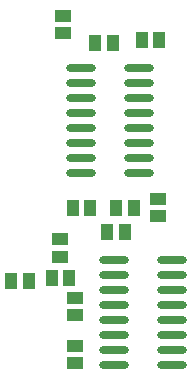
<source format=gbp>
%FSAX24Y24*%
%MOIN*%
G70*
G01*
G75*
G04 Layer_Color=128*
%ADD10R,0.0177X0.0118*%
%ADD11R,0.0118X0.0177*%
%ADD12O,0.0118X0.0709*%
%ADD13O,0.0709X0.0118*%
%ADD14R,0.0197X0.0925*%
%ADD15R,0.0925X0.0984*%
%ADD16R,0.0591X0.0591*%
%ADD17R,0.0551X0.0433*%
%ADD18R,0.1024X0.0945*%
%ADD19R,0.0433X0.0551*%
%ADD20R,0.0866X0.0787*%
%ADD21R,0.0236X0.0126*%
%ADD22R,0.0126X0.0236*%
%ADD23O,0.0354X0.0118*%
%ADD24O,0.0118X0.0354*%
%ADD25R,0.1024X0.1024*%
%ADD26O,0.0591X0.0236*%
%ADD27C,0.0080*%
%ADD28R,0.0591X0.0591*%
%ADD29C,0.0591*%
%ADD30C,0.0512*%
%ADD31C,0.0240*%
%ADD32C,0.0260*%
%ADD33O,0.0984X0.0276*%
%ADD34C,0.0020*%
%ADD35C,0.0236*%
%ADD36C,0.0098*%
%ADD37C,0.0079*%
%ADD38C,0.0100*%
%ADD39R,0.0257X0.0198*%
%ADD40R,0.0198X0.0257*%
%ADD41O,0.0198X0.0789*%
%ADD42O,0.0789X0.0198*%
%ADD43R,0.0277X0.1005*%
%ADD44R,0.1005X0.1064*%
%ADD45R,0.0671X0.0671*%
%ADD46R,0.0631X0.0513*%
%ADD47R,0.1104X0.1025*%
%ADD48R,0.0513X0.0631*%
%ADD49R,0.0946X0.0867*%
%ADD50R,0.0316X0.0206*%
%ADD51R,0.0206X0.0316*%
%ADD52O,0.0434X0.0198*%
%ADD53O,0.0198X0.0434*%
%ADD54R,0.1104X0.1104*%
%ADD55O,0.0671X0.0316*%
%ADD56R,0.0671X0.0671*%
%ADD57C,0.0671*%
%ADD58C,0.0592*%
%ADD59C,0.0320*%
%ADD60O,0.1064X0.0356*%
%ADD61C,0.0340*%
D17*
X026100Y037055D02*
D03*
Y037645D02*
D03*
X022950Y043745D02*
D03*
Y043155D02*
D03*
X023350Y034345D02*
D03*
Y033755D02*
D03*
Y032155D02*
D03*
Y032745D02*
D03*
X022850Y036295D02*
D03*
Y035705D02*
D03*
D19*
X021205Y034900D02*
D03*
X021795D02*
D03*
X024005Y042850D02*
D03*
X024595D02*
D03*
X023145Y035000D02*
D03*
X022555D02*
D03*
X023255Y037350D02*
D03*
X023845D02*
D03*
X025295D02*
D03*
X024705D02*
D03*
X025555Y042950D02*
D03*
X026145D02*
D03*
X024405Y036550D02*
D03*
X024995D02*
D03*
D33*
X024635Y032100D02*
D03*
Y032600D02*
D03*
Y033100D02*
D03*
Y033600D02*
D03*
Y034100D02*
D03*
Y034600D02*
D03*
Y035100D02*
D03*
Y035600D02*
D03*
X026565Y032100D02*
D03*
Y032600D02*
D03*
Y033100D02*
D03*
Y033600D02*
D03*
Y034100D02*
D03*
Y034600D02*
D03*
Y035100D02*
D03*
Y035600D02*
D03*
X023535Y038500D02*
D03*
Y039000D02*
D03*
Y039500D02*
D03*
Y040000D02*
D03*
Y040500D02*
D03*
Y041000D02*
D03*
Y041500D02*
D03*
Y042000D02*
D03*
X025465Y038500D02*
D03*
Y039000D02*
D03*
Y039500D02*
D03*
Y040000D02*
D03*
Y040500D02*
D03*
Y041000D02*
D03*
Y041500D02*
D03*
Y042000D02*
D03*
M02*

</source>
